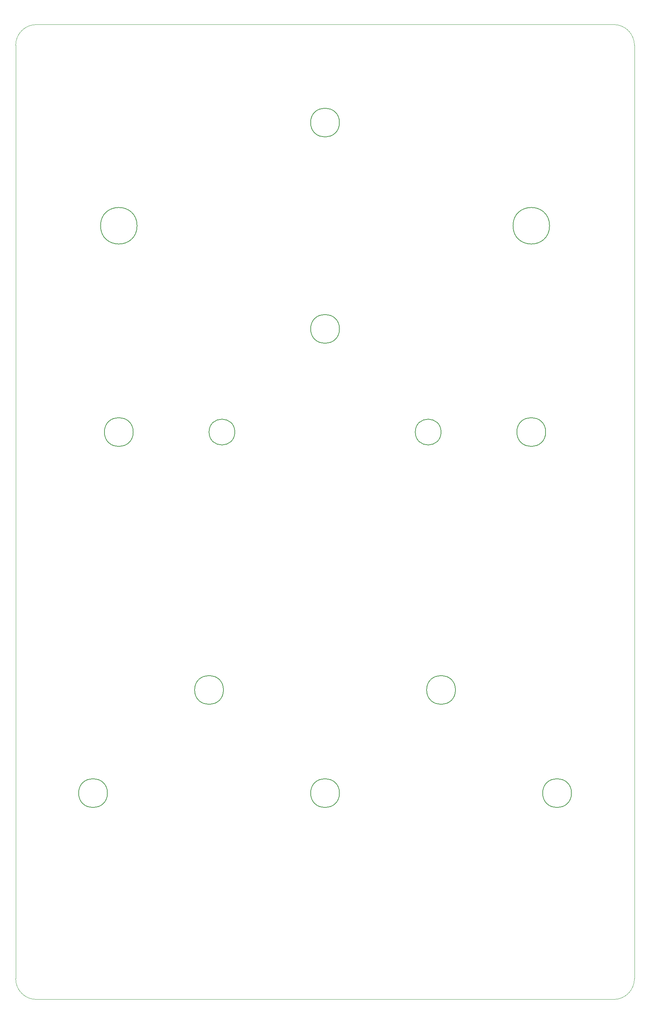
<source format=gm1>
G04 #@! TF.GenerationSoftware,KiCad,Pcbnew,6.0.5+dfsg-1~bpo11+1*
G04 #@! TF.CreationDate,2022-08-10T11:57:38+00:00*
G04 #@! TF.ProjectId,VCF_VCA_pcb_panel,5643465f-5643-4415-9f70-63625f70616e,0*
G04 #@! TF.SameCoordinates,Original*
G04 #@! TF.FileFunction,Profile,NP*
%FSLAX46Y46*%
G04 Gerber Fmt 4.6, Leading zero omitted, Abs format (unit mm)*
G04 Created by KiCad (PCBNEW 6.0.5+dfsg-1~bpo11+1) date 2022-08-10 11:57:38*
%MOMM*%
%LPD*%
G01*
G04 APERTURE LIST*
G04 #@! TA.AperFunction,Profile*
%ADD10C,0.150000*%
G04 #@! TD*
G04 #@! TA.AperFunction,Profile*
%ADD11C,0.100000*%
G04 #@! TD*
G04 APERTURE END LIST*
D10*
X241300000Y-120650000D02*
G75*
G03*
X241300000Y-120650000I-3175000J0D01*
G01*
X165475000Y-120650000D02*
G75*
G03*
X165475000Y-120650000I-3550000J0D01*
G01*
X273425000Y-209550000D02*
G75*
G03*
X273425000Y-209550000I-3550000J0D01*
G01*
X216268293Y-44443749D02*
G75*
G03*
X216268293Y-44443749I-3550000J0D01*
G01*
X187700000Y-184150000D02*
G75*
G03*
X187700000Y-184150000I-3550000J0D01*
G01*
X190500000Y-120650000D02*
G75*
G03*
X190500000Y-120650000I-3175000J0D01*
G01*
X268025000Y-69850000D02*
G75*
G03*
X268025000Y-69850000I-4500000J0D01*
G01*
X244850000Y-184150000D02*
G75*
G03*
X244850000Y-184150000I-3550000J0D01*
G01*
X166425000Y-69850000D02*
G75*
G03*
X166425000Y-69850000I-4500000J0D01*
G01*
D11*
X136525000Y-255270000D02*
G75*
G03*
X141605000Y-260350000I5080000J0D01*
G01*
D10*
X159125000Y-209550000D02*
G75*
G03*
X159125000Y-209550000I-3550000J0D01*
G01*
X216275000Y-95250000D02*
G75*
G03*
X216275000Y-95250000I-3550000J0D01*
G01*
D11*
X288925002Y-255270002D02*
X288925002Y-25400000D01*
X141605000Y-20320000D02*
G75*
G03*
X136525000Y-25400000I0J-5080000D01*
G01*
D10*
X267070411Y-120643717D02*
G75*
G03*
X267070411Y-120643717I-3550000J0D01*
G01*
D11*
X283845000Y-20320000D02*
X141605000Y-20320000D01*
X288925000Y-25400000D02*
G75*
G03*
X283845000Y-20320000I-5080000J0D01*
G01*
D10*
X216275000Y-209550000D02*
G75*
G03*
X216275000Y-209550000I-3550000J0D01*
G01*
D11*
X136525000Y-25400000D02*
X136525000Y-255270000D01*
X283845002Y-260350002D02*
G75*
G03*
X288925002Y-255270002I-2J5080002D01*
G01*
X141605000Y-260350000D02*
X283845002Y-260350000D01*
M02*

</source>
